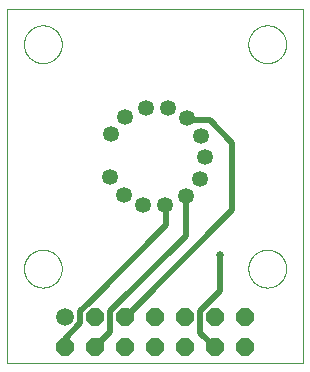
<source format=gbl>
G75*
%MOIN*%
%OFA0B0*%
%FSLAX25Y25*%
%IPPOS*%
%LPD*%
%AMOC8*
5,1,8,0,0,1.08239X$1,22.5*
%
%ADD10C,0.00000*%
%ADD11C,0.05937*%
%ADD12OC8,0.05937*%
%ADD13C,0.05307*%
%ADD14C,0.02000*%
%ADD15C,0.02578*%
D10*
X0001000Y0010264D02*
X0001000Y0128374D01*
X0099425Y0128374D01*
X0099425Y0010264D01*
X0001000Y0010264D01*
X0006512Y0041760D02*
X0006514Y0041918D01*
X0006520Y0042076D01*
X0006530Y0042234D01*
X0006544Y0042392D01*
X0006562Y0042549D01*
X0006583Y0042706D01*
X0006609Y0042862D01*
X0006639Y0043018D01*
X0006672Y0043173D01*
X0006710Y0043326D01*
X0006751Y0043479D01*
X0006796Y0043631D01*
X0006845Y0043782D01*
X0006898Y0043931D01*
X0006954Y0044079D01*
X0007014Y0044225D01*
X0007078Y0044370D01*
X0007146Y0044513D01*
X0007217Y0044655D01*
X0007291Y0044795D01*
X0007369Y0044932D01*
X0007451Y0045068D01*
X0007535Y0045202D01*
X0007624Y0045333D01*
X0007715Y0045462D01*
X0007810Y0045589D01*
X0007907Y0045714D01*
X0008008Y0045836D01*
X0008112Y0045955D01*
X0008219Y0046072D01*
X0008329Y0046186D01*
X0008442Y0046297D01*
X0008557Y0046406D01*
X0008675Y0046511D01*
X0008796Y0046613D01*
X0008919Y0046713D01*
X0009045Y0046809D01*
X0009173Y0046902D01*
X0009303Y0046992D01*
X0009436Y0047078D01*
X0009571Y0047162D01*
X0009707Y0047241D01*
X0009846Y0047318D01*
X0009987Y0047390D01*
X0010129Y0047460D01*
X0010273Y0047525D01*
X0010419Y0047587D01*
X0010566Y0047645D01*
X0010715Y0047700D01*
X0010865Y0047751D01*
X0011016Y0047798D01*
X0011168Y0047841D01*
X0011321Y0047880D01*
X0011476Y0047916D01*
X0011631Y0047947D01*
X0011787Y0047975D01*
X0011943Y0047999D01*
X0012100Y0048019D01*
X0012258Y0048035D01*
X0012415Y0048047D01*
X0012574Y0048055D01*
X0012732Y0048059D01*
X0012890Y0048059D01*
X0013048Y0048055D01*
X0013207Y0048047D01*
X0013364Y0048035D01*
X0013522Y0048019D01*
X0013679Y0047999D01*
X0013835Y0047975D01*
X0013991Y0047947D01*
X0014146Y0047916D01*
X0014301Y0047880D01*
X0014454Y0047841D01*
X0014606Y0047798D01*
X0014757Y0047751D01*
X0014907Y0047700D01*
X0015056Y0047645D01*
X0015203Y0047587D01*
X0015349Y0047525D01*
X0015493Y0047460D01*
X0015635Y0047390D01*
X0015776Y0047318D01*
X0015915Y0047241D01*
X0016051Y0047162D01*
X0016186Y0047078D01*
X0016319Y0046992D01*
X0016449Y0046902D01*
X0016577Y0046809D01*
X0016703Y0046713D01*
X0016826Y0046613D01*
X0016947Y0046511D01*
X0017065Y0046406D01*
X0017180Y0046297D01*
X0017293Y0046186D01*
X0017403Y0046072D01*
X0017510Y0045955D01*
X0017614Y0045836D01*
X0017715Y0045714D01*
X0017812Y0045589D01*
X0017907Y0045462D01*
X0017998Y0045333D01*
X0018087Y0045202D01*
X0018171Y0045068D01*
X0018253Y0044932D01*
X0018331Y0044795D01*
X0018405Y0044655D01*
X0018476Y0044513D01*
X0018544Y0044370D01*
X0018608Y0044225D01*
X0018668Y0044079D01*
X0018724Y0043931D01*
X0018777Y0043782D01*
X0018826Y0043631D01*
X0018871Y0043479D01*
X0018912Y0043326D01*
X0018950Y0043173D01*
X0018983Y0043018D01*
X0019013Y0042862D01*
X0019039Y0042706D01*
X0019060Y0042549D01*
X0019078Y0042392D01*
X0019092Y0042234D01*
X0019102Y0042076D01*
X0019108Y0041918D01*
X0019110Y0041760D01*
X0019108Y0041602D01*
X0019102Y0041444D01*
X0019092Y0041286D01*
X0019078Y0041128D01*
X0019060Y0040971D01*
X0019039Y0040814D01*
X0019013Y0040658D01*
X0018983Y0040502D01*
X0018950Y0040347D01*
X0018912Y0040194D01*
X0018871Y0040041D01*
X0018826Y0039889D01*
X0018777Y0039738D01*
X0018724Y0039589D01*
X0018668Y0039441D01*
X0018608Y0039295D01*
X0018544Y0039150D01*
X0018476Y0039007D01*
X0018405Y0038865D01*
X0018331Y0038725D01*
X0018253Y0038588D01*
X0018171Y0038452D01*
X0018087Y0038318D01*
X0017998Y0038187D01*
X0017907Y0038058D01*
X0017812Y0037931D01*
X0017715Y0037806D01*
X0017614Y0037684D01*
X0017510Y0037565D01*
X0017403Y0037448D01*
X0017293Y0037334D01*
X0017180Y0037223D01*
X0017065Y0037114D01*
X0016947Y0037009D01*
X0016826Y0036907D01*
X0016703Y0036807D01*
X0016577Y0036711D01*
X0016449Y0036618D01*
X0016319Y0036528D01*
X0016186Y0036442D01*
X0016051Y0036358D01*
X0015915Y0036279D01*
X0015776Y0036202D01*
X0015635Y0036130D01*
X0015493Y0036060D01*
X0015349Y0035995D01*
X0015203Y0035933D01*
X0015056Y0035875D01*
X0014907Y0035820D01*
X0014757Y0035769D01*
X0014606Y0035722D01*
X0014454Y0035679D01*
X0014301Y0035640D01*
X0014146Y0035604D01*
X0013991Y0035573D01*
X0013835Y0035545D01*
X0013679Y0035521D01*
X0013522Y0035501D01*
X0013364Y0035485D01*
X0013207Y0035473D01*
X0013048Y0035465D01*
X0012890Y0035461D01*
X0012732Y0035461D01*
X0012574Y0035465D01*
X0012415Y0035473D01*
X0012258Y0035485D01*
X0012100Y0035501D01*
X0011943Y0035521D01*
X0011787Y0035545D01*
X0011631Y0035573D01*
X0011476Y0035604D01*
X0011321Y0035640D01*
X0011168Y0035679D01*
X0011016Y0035722D01*
X0010865Y0035769D01*
X0010715Y0035820D01*
X0010566Y0035875D01*
X0010419Y0035933D01*
X0010273Y0035995D01*
X0010129Y0036060D01*
X0009987Y0036130D01*
X0009846Y0036202D01*
X0009707Y0036279D01*
X0009571Y0036358D01*
X0009436Y0036442D01*
X0009303Y0036528D01*
X0009173Y0036618D01*
X0009045Y0036711D01*
X0008919Y0036807D01*
X0008796Y0036907D01*
X0008675Y0037009D01*
X0008557Y0037114D01*
X0008442Y0037223D01*
X0008329Y0037334D01*
X0008219Y0037448D01*
X0008112Y0037565D01*
X0008008Y0037684D01*
X0007907Y0037806D01*
X0007810Y0037931D01*
X0007715Y0038058D01*
X0007624Y0038187D01*
X0007535Y0038318D01*
X0007451Y0038452D01*
X0007369Y0038588D01*
X0007291Y0038725D01*
X0007217Y0038865D01*
X0007146Y0039007D01*
X0007078Y0039150D01*
X0007014Y0039295D01*
X0006954Y0039441D01*
X0006898Y0039589D01*
X0006845Y0039738D01*
X0006796Y0039889D01*
X0006751Y0040041D01*
X0006710Y0040194D01*
X0006672Y0040347D01*
X0006639Y0040502D01*
X0006609Y0040658D01*
X0006583Y0040814D01*
X0006562Y0040971D01*
X0006544Y0041128D01*
X0006530Y0041286D01*
X0006520Y0041444D01*
X0006514Y0041602D01*
X0006512Y0041760D01*
X0006512Y0116563D02*
X0006514Y0116721D01*
X0006520Y0116879D01*
X0006530Y0117037D01*
X0006544Y0117195D01*
X0006562Y0117352D01*
X0006583Y0117509D01*
X0006609Y0117665D01*
X0006639Y0117821D01*
X0006672Y0117976D01*
X0006710Y0118129D01*
X0006751Y0118282D01*
X0006796Y0118434D01*
X0006845Y0118585D01*
X0006898Y0118734D01*
X0006954Y0118882D01*
X0007014Y0119028D01*
X0007078Y0119173D01*
X0007146Y0119316D01*
X0007217Y0119458D01*
X0007291Y0119598D01*
X0007369Y0119735D01*
X0007451Y0119871D01*
X0007535Y0120005D01*
X0007624Y0120136D01*
X0007715Y0120265D01*
X0007810Y0120392D01*
X0007907Y0120517D01*
X0008008Y0120639D01*
X0008112Y0120758D01*
X0008219Y0120875D01*
X0008329Y0120989D01*
X0008442Y0121100D01*
X0008557Y0121209D01*
X0008675Y0121314D01*
X0008796Y0121416D01*
X0008919Y0121516D01*
X0009045Y0121612D01*
X0009173Y0121705D01*
X0009303Y0121795D01*
X0009436Y0121881D01*
X0009571Y0121965D01*
X0009707Y0122044D01*
X0009846Y0122121D01*
X0009987Y0122193D01*
X0010129Y0122263D01*
X0010273Y0122328D01*
X0010419Y0122390D01*
X0010566Y0122448D01*
X0010715Y0122503D01*
X0010865Y0122554D01*
X0011016Y0122601D01*
X0011168Y0122644D01*
X0011321Y0122683D01*
X0011476Y0122719D01*
X0011631Y0122750D01*
X0011787Y0122778D01*
X0011943Y0122802D01*
X0012100Y0122822D01*
X0012258Y0122838D01*
X0012415Y0122850D01*
X0012574Y0122858D01*
X0012732Y0122862D01*
X0012890Y0122862D01*
X0013048Y0122858D01*
X0013207Y0122850D01*
X0013364Y0122838D01*
X0013522Y0122822D01*
X0013679Y0122802D01*
X0013835Y0122778D01*
X0013991Y0122750D01*
X0014146Y0122719D01*
X0014301Y0122683D01*
X0014454Y0122644D01*
X0014606Y0122601D01*
X0014757Y0122554D01*
X0014907Y0122503D01*
X0015056Y0122448D01*
X0015203Y0122390D01*
X0015349Y0122328D01*
X0015493Y0122263D01*
X0015635Y0122193D01*
X0015776Y0122121D01*
X0015915Y0122044D01*
X0016051Y0121965D01*
X0016186Y0121881D01*
X0016319Y0121795D01*
X0016449Y0121705D01*
X0016577Y0121612D01*
X0016703Y0121516D01*
X0016826Y0121416D01*
X0016947Y0121314D01*
X0017065Y0121209D01*
X0017180Y0121100D01*
X0017293Y0120989D01*
X0017403Y0120875D01*
X0017510Y0120758D01*
X0017614Y0120639D01*
X0017715Y0120517D01*
X0017812Y0120392D01*
X0017907Y0120265D01*
X0017998Y0120136D01*
X0018087Y0120005D01*
X0018171Y0119871D01*
X0018253Y0119735D01*
X0018331Y0119598D01*
X0018405Y0119458D01*
X0018476Y0119316D01*
X0018544Y0119173D01*
X0018608Y0119028D01*
X0018668Y0118882D01*
X0018724Y0118734D01*
X0018777Y0118585D01*
X0018826Y0118434D01*
X0018871Y0118282D01*
X0018912Y0118129D01*
X0018950Y0117976D01*
X0018983Y0117821D01*
X0019013Y0117665D01*
X0019039Y0117509D01*
X0019060Y0117352D01*
X0019078Y0117195D01*
X0019092Y0117037D01*
X0019102Y0116879D01*
X0019108Y0116721D01*
X0019110Y0116563D01*
X0019108Y0116405D01*
X0019102Y0116247D01*
X0019092Y0116089D01*
X0019078Y0115931D01*
X0019060Y0115774D01*
X0019039Y0115617D01*
X0019013Y0115461D01*
X0018983Y0115305D01*
X0018950Y0115150D01*
X0018912Y0114997D01*
X0018871Y0114844D01*
X0018826Y0114692D01*
X0018777Y0114541D01*
X0018724Y0114392D01*
X0018668Y0114244D01*
X0018608Y0114098D01*
X0018544Y0113953D01*
X0018476Y0113810D01*
X0018405Y0113668D01*
X0018331Y0113528D01*
X0018253Y0113391D01*
X0018171Y0113255D01*
X0018087Y0113121D01*
X0017998Y0112990D01*
X0017907Y0112861D01*
X0017812Y0112734D01*
X0017715Y0112609D01*
X0017614Y0112487D01*
X0017510Y0112368D01*
X0017403Y0112251D01*
X0017293Y0112137D01*
X0017180Y0112026D01*
X0017065Y0111917D01*
X0016947Y0111812D01*
X0016826Y0111710D01*
X0016703Y0111610D01*
X0016577Y0111514D01*
X0016449Y0111421D01*
X0016319Y0111331D01*
X0016186Y0111245D01*
X0016051Y0111161D01*
X0015915Y0111082D01*
X0015776Y0111005D01*
X0015635Y0110933D01*
X0015493Y0110863D01*
X0015349Y0110798D01*
X0015203Y0110736D01*
X0015056Y0110678D01*
X0014907Y0110623D01*
X0014757Y0110572D01*
X0014606Y0110525D01*
X0014454Y0110482D01*
X0014301Y0110443D01*
X0014146Y0110407D01*
X0013991Y0110376D01*
X0013835Y0110348D01*
X0013679Y0110324D01*
X0013522Y0110304D01*
X0013364Y0110288D01*
X0013207Y0110276D01*
X0013048Y0110268D01*
X0012890Y0110264D01*
X0012732Y0110264D01*
X0012574Y0110268D01*
X0012415Y0110276D01*
X0012258Y0110288D01*
X0012100Y0110304D01*
X0011943Y0110324D01*
X0011787Y0110348D01*
X0011631Y0110376D01*
X0011476Y0110407D01*
X0011321Y0110443D01*
X0011168Y0110482D01*
X0011016Y0110525D01*
X0010865Y0110572D01*
X0010715Y0110623D01*
X0010566Y0110678D01*
X0010419Y0110736D01*
X0010273Y0110798D01*
X0010129Y0110863D01*
X0009987Y0110933D01*
X0009846Y0111005D01*
X0009707Y0111082D01*
X0009571Y0111161D01*
X0009436Y0111245D01*
X0009303Y0111331D01*
X0009173Y0111421D01*
X0009045Y0111514D01*
X0008919Y0111610D01*
X0008796Y0111710D01*
X0008675Y0111812D01*
X0008557Y0111917D01*
X0008442Y0112026D01*
X0008329Y0112137D01*
X0008219Y0112251D01*
X0008112Y0112368D01*
X0008008Y0112487D01*
X0007907Y0112609D01*
X0007810Y0112734D01*
X0007715Y0112861D01*
X0007624Y0112990D01*
X0007535Y0113121D01*
X0007451Y0113255D01*
X0007369Y0113391D01*
X0007291Y0113528D01*
X0007217Y0113668D01*
X0007146Y0113810D01*
X0007078Y0113953D01*
X0007014Y0114098D01*
X0006954Y0114244D01*
X0006898Y0114392D01*
X0006845Y0114541D01*
X0006796Y0114692D01*
X0006751Y0114844D01*
X0006710Y0114997D01*
X0006672Y0115150D01*
X0006639Y0115305D01*
X0006609Y0115461D01*
X0006583Y0115617D01*
X0006562Y0115774D01*
X0006544Y0115931D01*
X0006530Y0116089D01*
X0006520Y0116247D01*
X0006514Y0116405D01*
X0006512Y0116563D01*
X0081315Y0116563D02*
X0081317Y0116721D01*
X0081323Y0116879D01*
X0081333Y0117037D01*
X0081347Y0117195D01*
X0081365Y0117352D01*
X0081386Y0117509D01*
X0081412Y0117665D01*
X0081442Y0117821D01*
X0081475Y0117976D01*
X0081513Y0118129D01*
X0081554Y0118282D01*
X0081599Y0118434D01*
X0081648Y0118585D01*
X0081701Y0118734D01*
X0081757Y0118882D01*
X0081817Y0119028D01*
X0081881Y0119173D01*
X0081949Y0119316D01*
X0082020Y0119458D01*
X0082094Y0119598D01*
X0082172Y0119735D01*
X0082254Y0119871D01*
X0082338Y0120005D01*
X0082427Y0120136D01*
X0082518Y0120265D01*
X0082613Y0120392D01*
X0082710Y0120517D01*
X0082811Y0120639D01*
X0082915Y0120758D01*
X0083022Y0120875D01*
X0083132Y0120989D01*
X0083245Y0121100D01*
X0083360Y0121209D01*
X0083478Y0121314D01*
X0083599Y0121416D01*
X0083722Y0121516D01*
X0083848Y0121612D01*
X0083976Y0121705D01*
X0084106Y0121795D01*
X0084239Y0121881D01*
X0084374Y0121965D01*
X0084510Y0122044D01*
X0084649Y0122121D01*
X0084790Y0122193D01*
X0084932Y0122263D01*
X0085076Y0122328D01*
X0085222Y0122390D01*
X0085369Y0122448D01*
X0085518Y0122503D01*
X0085668Y0122554D01*
X0085819Y0122601D01*
X0085971Y0122644D01*
X0086124Y0122683D01*
X0086279Y0122719D01*
X0086434Y0122750D01*
X0086590Y0122778D01*
X0086746Y0122802D01*
X0086903Y0122822D01*
X0087061Y0122838D01*
X0087218Y0122850D01*
X0087377Y0122858D01*
X0087535Y0122862D01*
X0087693Y0122862D01*
X0087851Y0122858D01*
X0088010Y0122850D01*
X0088167Y0122838D01*
X0088325Y0122822D01*
X0088482Y0122802D01*
X0088638Y0122778D01*
X0088794Y0122750D01*
X0088949Y0122719D01*
X0089104Y0122683D01*
X0089257Y0122644D01*
X0089409Y0122601D01*
X0089560Y0122554D01*
X0089710Y0122503D01*
X0089859Y0122448D01*
X0090006Y0122390D01*
X0090152Y0122328D01*
X0090296Y0122263D01*
X0090438Y0122193D01*
X0090579Y0122121D01*
X0090718Y0122044D01*
X0090854Y0121965D01*
X0090989Y0121881D01*
X0091122Y0121795D01*
X0091252Y0121705D01*
X0091380Y0121612D01*
X0091506Y0121516D01*
X0091629Y0121416D01*
X0091750Y0121314D01*
X0091868Y0121209D01*
X0091983Y0121100D01*
X0092096Y0120989D01*
X0092206Y0120875D01*
X0092313Y0120758D01*
X0092417Y0120639D01*
X0092518Y0120517D01*
X0092615Y0120392D01*
X0092710Y0120265D01*
X0092801Y0120136D01*
X0092890Y0120005D01*
X0092974Y0119871D01*
X0093056Y0119735D01*
X0093134Y0119598D01*
X0093208Y0119458D01*
X0093279Y0119316D01*
X0093347Y0119173D01*
X0093411Y0119028D01*
X0093471Y0118882D01*
X0093527Y0118734D01*
X0093580Y0118585D01*
X0093629Y0118434D01*
X0093674Y0118282D01*
X0093715Y0118129D01*
X0093753Y0117976D01*
X0093786Y0117821D01*
X0093816Y0117665D01*
X0093842Y0117509D01*
X0093863Y0117352D01*
X0093881Y0117195D01*
X0093895Y0117037D01*
X0093905Y0116879D01*
X0093911Y0116721D01*
X0093913Y0116563D01*
X0093911Y0116405D01*
X0093905Y0116247D01*
X0093895Y0116089D01*
X0093881Y0115931D01*
X0093863Y0115774D01*
X0093842Y0115617D01*
X0093816Y0115461D01*
X0093786Y0115305D01*
X0093753Y0115150D01*
X0093715Y0114997D01*
X0093674Y0114844D01*
X0093629Y0114692D01*
X0093580Y0114541D01*
X0093527Y0114392D01*
X0093471Y0114244D01*
X0093411Y0114098D01*
X0093347Y0113953D01*
X0093279Y0113810D01*
X0093208Y0113668D01*
X0093134Y0113528D01*
X0093056Y0113391D01*
X0092974Y0113255D01*
X0092890Y0113121D01*
X0092801Y0112990D01*
X0092710Y0112861D01*
X0092615Y0112734D01*
X0092518Y0112609D01*
X0092417Y0112487D01*
X0092313Y0112368D01*
X0092206Y0112251D01*
X0092096Y0112137D01*
X0091983Y0112026D01*
X0091868Y0111917D01*
X0091750Y0111812D01*
X0091629Y0111710D01*
X0091506Y0111610D01*
X0091380Y0111514D01*
X0091252Y0111421D01*
X0091122Y0111331D01*
X0090989Y0111245D01*
X0090854Y0111161D01*
X0090718Y0111082D01*
X0090579Y0111005D01*
X0090438Y0110933D01*
X0090296Y0110863D01*
X0090152Y0110798D01*
X0090006Y0110736D01*
X0089859Y0110678D01*
X0089710Y0110623D01*
X0089560Y0110572D01*
X0089409Y0110525D01*
X0089257Y0110482D01*
X0089104Y0110443D01*
X0088949Y0110407D01*
X0088794Y0110376D01*
X0088638Y0110348D01*
X0088482Y0110324D01*
X0088325Y0110304D01*
X0088167Y0110288D01*
X0088010Y0110276D01*
X0087851Y0110268D01*
X0087693Y0110264D01*
X0087535Y0110264D01*
X0087377Y0110268D01*
X0087218Y0110276D01*
X0087061Y0110288D01*
X0086903Y0110304D01*
X0086746Y0110324D01*
X0086590Y0110348D01*
X0086434Y0110376D01*
X0086279Y0110407D01*
X0086124Y0110443D01*
X0085971Y0110482D01*
X0085819Y0110525D01*
X0085668Y0110572D01*
X0085518Y0110623D01*
X0085369Y0110678D01*
X0085222Y0110736D01*
X0085076Y0110798D01*
X0084932Y0110863D01*
X0084790Y0110933D01*
X0084649Y0111005D01*
X0084510Y0111082D01*
X0084374Y0111161D01*
X0084239Y0111245D01*
X0084106Y0111331D01*
X0083976Y0111421D01*
X0083848Y0111514D01*
X0083722Y0111610D01*
X0083599Y0111710D01*
X0083478Y0111812D01*
X0083360Y0111917D01*
X0083245Y0112026D01*
X0083132Y0112137D01*
X0083022Y0112251D01*
X0082915Y0112368D01*
X0082811Y0112487D01*
X0082710Y0112609D01*
X0082613Y0112734D01*
X0082518Y0112861D01*
X0082427Y0112990D01*
X0082338Y0113121D01*
X0082254Y0113255D01*
X0082172Y0113391D01*
X0082094Y0113528D01*
X0082020Y0113668D01*
X0081949Y0113810D01*
X0081881Y0113953D01*
X0081817Y0114098D01*
X0081757Y0114244D01*
X0081701Y0114392D01*
X0081648Y0114541D01*
X0081599Y0114692D01*
X0081554Y0114844D01*
X0081513Y0114997D01*
X0081475Y0115150D01*
X0081442Y0115305D01*
X0081412Y0115461D01*
X0081386Y0115617D01*
X0081365Y0115774D01*
X0081347Y0115931D01*
X0081333Y0116089D01*
X0081323Y0116247D01*
X0081317Y0116405D01*
X0081315Y0116563D01*
X0081315Y0041760D02*
X0081317Y0041918D01*
X0081323Y0042076D01*
X0081333Y0042234D01*
X0081347Y0042392D01*
X0081365Y0042549D01*
X0081386Y0042706D01*
X0081412Y0042862D01*
X0081442Y0043018D01*
X0081475Y0043173D01*
X0081513Y0043326D01*
X0081554Y0043479D01*
X0081599Y0043631D01*
X0081648Y0043782D01*
X0081701Y0043931D01*
X0081757Y0044079D01*
X0081817Y0044225D01*
X0081881Y0044370D01*
X0081949Y0044513D01*
X0082020Y0044655D01*
X0082094Y0044795D01*
X0082172Y0044932D01*
X0082254Y0045068D01*
X0082338Y0045202D01*
X0082427Y0045333D01*
X0082518Y0045462D01*
X0082613Y0045589D01*
X0082710Y0045714D01*
X0082811Y0045836D01*
X0082915Y0045955D01*
X0083022Y0046072D01*
X0083132Y0046186D01*
X0083245Y0046297D01*
X0083360Y0046406D01*
X0083478Y0046511D01*
X0083599Y0046613D01*
X0083722Y0046713D01*
X0083848Y0046809D01*
X0083976Y0046902D01*
X0084106Y0046992D01*
X0084239Y0047078D01*
X0084374Y0047162D01*
X0084510Y0047241D01*
X0084649Y0047318D01*
X0084790Y0047390D01*
X0084932Y0047460D01*
X0085076Y0047525D01*
X0085222Y0047587D01*
X0085369Y0047645D01*
X0085518Y0047700D01*
X0085668Y0047751D01*
X0085819Y0047798D01*
X0085971Y0047841D01*
X0086124Y0047880D01*
X0086279Y0047916D01*
X0086434Y0047947D01*
X0086590Y0047975D01*
X0086746Y0047999D01*
X0086903Y0048019D01*
X0087061Y0048035D01*
X0087218Y0048047D01*
X0087377Y0048055D01*
X0087535Y0048059D01*
X0087693Y0048059D01*
X0087851Y0048055D01*
X0088010Y0048047D01*
X0088167Y0048035D01*
X0088325Y0048019D01*
X0088482Y0047999D01*
X0088638Y0047975D01*
X0088794Y0047947D01*
X0088949Y0047916D01*
X0089104Y0047880D01*
X0089257Y0047841D01*
X0089409Y0047798D01*
X0089560Y0047751D01*
X0089710Y0047700D01*
X0089859Y0047645D01*
X0090006Y0047587D01*
X0090152Y0047525D01*
X0090296Y0047460D01*
X0090438Y0047390D01*
X0090579Y0047318D01*
X0090718Y0047241D01*
X0090854Y0047162D01*
X0090989Y0047078D01*
X0091122Y0046992D01*
X0091252Y0046902D01*
X0091380Y0046809D01*
X0091506Y0046713D01*
X0091629Y0046613D01*
X0091750Y0046511D01*
X0091868Y0046406D01*
X0091983Y0046297D01*
X0092096Y0046186D01*
X0092206Y0046072D01*
X0092313Y0045955D01*
X0092417Y0045836D01*
X0092518Y0045714D01*
X0092615Y0045589D01*
X0092710Y0045462D01*
X0092801Y0045333D01*
X0092890Y0045202D01*
X0092974Y0045068D01*
X0093056Y0044932D01*
X0093134Y0044795D01*
X0093208Y0044655D01*
X0093279Y0044513D01*
X0093347Y0044370D01*
X0093411Y0044225D01*
X0093471Y0044079D01*
X0093527Y0043931D01*
X0093580Y0043782D01*
X0093629Y0043631D01*
X0093674Y0043479D01*
X0093715Y0043326D01*
X0093753Y0043173D01*
X0093786Y0043018D01*
X0093816Y0042862D01*
X0093842Y0042706D01*
X0093863Y0042549D01*
X0093881Y0042392D01*
X0093895Y0042234D01*
X0093905Y0042076D01*
X0093911Y0041918D01*
X0093913Y0041760D01*
X0093911Y0041602D01*
X0093905Y0041444D01*
X0093895Y0041286D01*
X0093881Y0041128D01*
X0093863Y0040971D01*
X0093842Y0040814D01*
X0093816Y0040658D01*
X0093786Y0040502D01*
X0093753Y0040347D01*
X0093715Y0040194D01*
X0093674Y0040041D01*
X0093629Y0039889D01*
X0093580Y0039738D01*
X0093527Y0039589D01*
X0093471Y0039441D01*
X0093411Y0039295D01*
X0093347Y0039150D01*
X0093279Y0039007D01*
X0093208Y0038865D01*
X0093134Y0038725D01*
X0093056Y0038588D01*
X0092974Y0038452D01*
X0092890Y0038318D01*
X0092801Y0038187D01*
X0092710Y0038058D01*
X0092615Y0037931D01*
X0092518Y0037806D01*
X0092417Y0037684D01*
X0092313Y0037565D01*
X0092206Y0037448D01*
X0092096Y0037334D01*
X0091983Y0037223D01*
X0091868Y0037114D01*
X0091750Y0037009D01*
X0091629Y0036907D01*
X0091506Y0036807D01*
X0091380Y0036711D01*
X0091252Y0036618D01*
X0091122Y0036528D01*
X0090989Y0036442D01*
X0090854Y0036358D01*
X0090718Y0036279D01*
X0090579Y0036202D01*
X0090438Y0036130D01*
X0090296Y0036060D01*
X0090152Y0035995D01*
X0090006Y0035933D01*
X0089859Y0035875D01*
X0089710Y0035820D01*
X0089560Y0035769D01*
X0089409Y0035722D01*
X0089257Y0035679D01*
X0089104Y0035640D01*
X0088949Y0035604D01*
X0088794Y0035573D01*
X0088638Y0035545D01*
X0088482Y0035521D01*
X0088325Y0035501D01*
X0088167Y0035485D01*
X0088010Y0035473D01*
X0087851Y0035465D01*
X0087693Y0035461D01*
X0087535Y0035461D01*
X0087377Y0035465D01*
X0087218Y0035473D01*
X0087061Y0035485D01*
X0086903Y0035501D01*
X0086746Y0035521D01*
X0086590Y0035545D01*
X0086434Y0035573D01*
X0086279Y0035604D01*
X0086124Y0035640D01*
X0085971Y0035679D01*
X0085819Y0035722D01*
X0085668Y0035769D01*
X0085518Y0035820D01*
X0085369Y0035875D01*
X0085222Y0035933D01*
X0085076Y0035995D01*
X0084932Y0036060D01*
X0084790Y0036130D01*
X0084649Y0036202D01*
X0084510Y0036279D01*
X0084374Y0036358D01*
X0084239Y0036442D01*
X0084106Y0036528D01*
X0083976Y0036618D01*
X0083848Y0036711D01*
X0083722Y0036807D01*
X0083599Y0036907D01*
X0083478Y0037009D01*
X0083360Y0037114D01*
X0083245Y0037223D01*
X0083132Y0037334D01*
X0083022Y0037448D01*
X0082915Y0037565D01*
X0082811Y0037684D01*
X0082710Y0037806D01*
X0082613Y0037931D01*
X0082518Y0038058D01*
X0082427Y0038187D01*
X0082338Y0038318D01*
X0082254Y0038452D01*
X0082172Y0038588D01*
X0082094Y0038725D01*
X0082020Y0038865D01*
X0081949Y0039007D01*
X0081881Y0039150D01*
X0081817Y0039295D01*
X0081757Y0039441D01*
X0081701Y0039589D01*
X0081648Y0039738D01*
X0081599Y0039889D01*
X0081554Y0040041D01*
X0081513Y0040194D01*
X0081475Y0040347D01*
X0081442Y0040502D01*
X0081412Y0040658D01*
X0081386Y0040814D01*
X0081365Y0040971D01*
X0081347Y0041128D01*
X0081333Y0041286D01*
X0081323Y0041444D01*
X0081317Y0041602D01*
X0081315Y0041760D01*
D11*
X0020213Y0025500D03*
D12*
X0020213Y0015500D03*
X0030213Y0015500D03*
X0030213Y0025500D03*
X0040213Y0025500D03*
X0040213Y0015500D03*
X0050213Y0015500D03*
X0050213Y0025500D03*
X0060213Y0025500D03*
X0060213Y0015500D03*
X0070213Y0015500D03*
X0070213Y0025500D03*
X0080213Y0025500D03*
X0080213Y0015500D03*
D13*
X0053702Y0062965D03*
X0046336Y0063130D03*
X0039770Y0066475D03*
X0035307Y0072337D03*
X0035630Y0086701D03*
X0040352Y0092357D03*
X0047060Y0095404D03*
X0054426Y0095239D03*
X0060992Y0091894D03*
X0065455Y0086031D03*
X0066933Y0078813D03*
X0065133Y0071668D03*
X0060411Y0066012D03*
D14*
X0060411Y0052725D01*
X0035244Y0027558D01*
X0035244Y0020531D01*
X0030213Y0015500D01*
X0025244Y0023505D02*
X0025244Y0027558D01*
X0028155Y0030469D01*
X0028205Y0030469D01*
X0054000Y0056264D01*
X0054000Y0062667D01*
X0053702Y0062965D01*
X0072000Y0046264D02*
X0072000Y0034314D01*
X0065244Y0027558D01*
X0065244Y0020469D01*
X0070213Y0015500D01*
X0041500Y0026764D02*
X0076000Y0061264D01*
X0076000Y0083764D01*
X0068500Y0091264D01*
X0061000Y0091264D01*
X0060992Y0091894D01*
X0041500Y0026764D02*
X0040213Y0025500D01*
X0025244Y0023505D02*
X0020213Y0018473D01*
X0020213Y0015500D01*
D15*
X0072000Y0046264D03*
M02*

</source>
